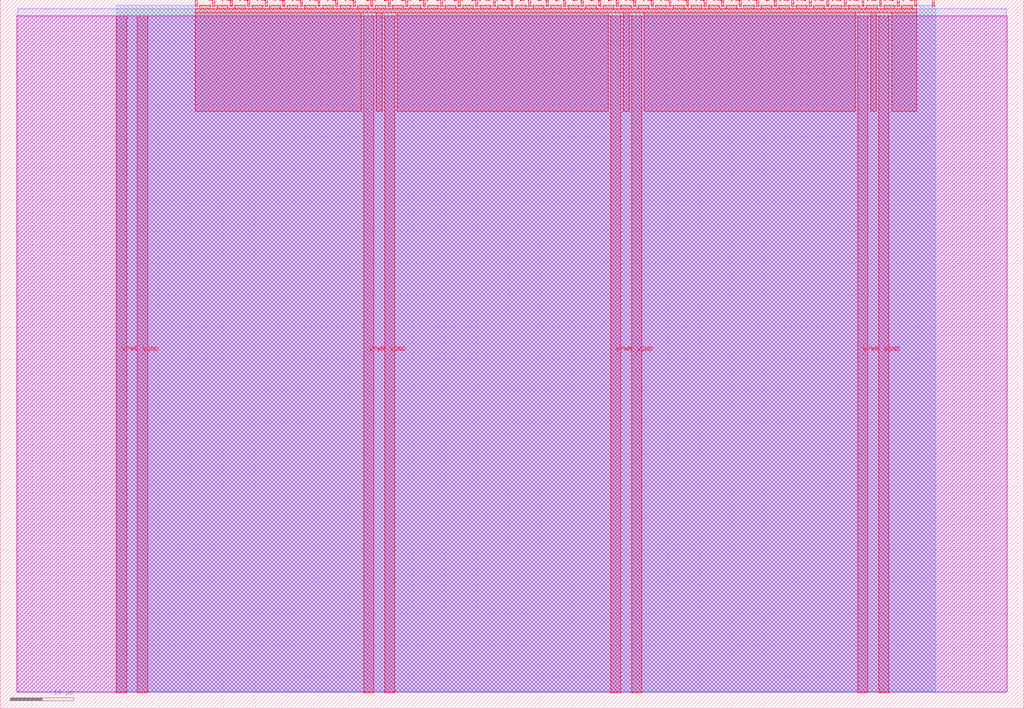
<source format=lef>
VERSION 5.7 ;
  NOWIREEXTENSIONATPIN ON ;
  DIVIDERCHAR "/" ;
  BUSBITCHARS "[]" ;
MACRO tt_um_matrix_mult
  CLASS BLOCK ;
  FOREIGN tt_um_matrix_mult ;
  ORIGIN 0.000 0.000 ;
  SIZE 161.000 BY 111.520 ;
  PIN VGND
    DIRECTION INOUT ;
    USE GROUND ;
    PORT
      LAYER met4 ;
        RECT 21.580 2.480 23.180 109.040 ;
    END
    PORT
      LAYER met4 ;
        RECT 60.450 2.480 62.050 109.040 ;
    END
    PORT
      LAYER met4 ;
        RECT 99.320 2.480 100.920 109.040 ;
    END
    PORT
      LAYER met4 ;
        RECT 138.190 2.480 139.790 109.040 ;
    END
  END VGND
  PIN VPWR
    DIRECTION INOUT ;
    USE POWER ;
    PORT
      LAYER met4 ;
        RECT 18.280 2.480 19.880 109.040 ;
    END
    PORT
      LAYER met4 ;
        RECT 57.150 2.480 58.750 109.040 ;
    END
    PORT
      LAYER met4 ;
        RECT 96.020 2.480 97.620 109.040 ;
    END
    PORT
      LAYER met4 ;
        RECT 134.890 2.480 136.490 109.040 ;
    END
  END VPWR
  PIN clk
    DIRECTION INPUT ;
    USE SIGNAL ;
    ANTENNAGATEAREA 0.852000 ;
    PORT
      LAYER met4 ;
        RECT 143.830 110.520 144.130 111.520 ;
    END
  END clk
  PIN ena
    DIRECTION INPUT ;
    USE SIGNAL ;
    PORT
      LAYER met4 ;
        RECT 146.590 110.520 146.890 111.520 ;
    END
  END ena
  PIN rst_n
    DIRECTION INPUT ;
    USE SIGNAL ;
    ANTENNAGATEAREA 0.213000 ;
    PORT
      LAYER met4 ;
        RECT 141.070 110.520 141.370 111.520 ;
    END
  END rst_n
  PIN ui_in[0]
    DIRECTION INPUT ;
    USE SIGNAL ;
    ANTENNAGATEAREA 0.196500 ;
    PORT
      LAYER met4 ;
        RECT 138.310 110.520 138.610 111.520 ;
    END
  END ui_in[0]
  PIN ui_in[1]
    DIRECTION INPUT ;
    USE SIGNAL ;
    ANTENNAGATEAREA 0.196500 ;
    PORT
      LAYER met4 ;
        RECT 135.550 110.520 135.850 111.520 ;
    END
  END ui_in[1]
  PIN ui_in[2]
    DIRECTION INPUT ;
    USE SIGNAL ;
    ANTENNAGATEAREA 0.196500 ;
    PORT
      LAYER met4 ;
        RECT 132.790 110.520 133.090 111.520 ;
    END
  END ui_in[2]
  PIN ui_in[3]
    DIRECTION INPUT ;
    USE SIGNAL ;
    ANTENNAGATEAREA 0.196500 ;
    PORT
      LAYER met4 ;
        RECT 130.030 110.520 130.330 111.520 ;
    END
  END ui_in[3]
  PIN ui_in[4]
    DIRECTION INPUT ;
    USE SIGNAL ;
    ANTENNAGATEAREA 0.196500 ;
    PORT
      LAYER met4 ;
        RECT 127.270 110.520 127.570 111.520 ;
    END
  END ui_in[4]
  PIN ui_in[5]
    DIRECTION INPUT ;
    USE SIGNAL ;
    ANTENNAGATEAREA 0.196500 ;
    PORT
      LAYER met4 ;
        RECT 124.510 110.520 124.810 111.520 ;
    END
  END ui_in[5]
  PIN ui_in[6]
    DIRECTION INPUT ;
    USE SIGNAL ;
    ANTENNAGATEAREA 0.196500 ;
    PORT
      LAYER met4 ;
        RECT 121.750 110.520 122.050 111.520 ;
    END
  END ui_in[6]
  PIN ui_in[7]
    DIRECTION INPUT ;
    USE SIGNAL ;
    ANTENNAGATEAREA 0.196500 ;
    PORT
      LAYER met4 ;
        RECT 118.990 110.520 119.290 111.520 ;
    END
  END ui_in[7]
  PIN uio_in[0]
    DIRECTION INPUT ;
    USE SIGNAL ;
    PORT
      LAYER met4 ;
        RECT 116.230 110.520 116.530 111.520 ;
    END
  END uio_in[0]
  PIN uio_in[1]
    DIRECTION INPUT ;
    USE SIGNAL ;
    PORT
      LAYER met4 ;
        RECT 113.470 110.520 113.770 111.520 ;
    END
  END uio_in[1]
  PIN uio_in[2]
    DIRECTION INPUT ;
    USE SIGNAL ;
    PORT
      LAYER met4 ;
        RECT 110.710 110.520 111.010 111.520 ;
    END
  END uio_in[2]
  PIN uio_in[3]
    DIRECTION INPUT ;
    USE SIGNAL ;
    PORT
      LAYER met4 ;
        RECT 107.950 110.520 108.250 111.520 ;
    END
  END uio_in[3]
  PIN uio_in[4]
    DIRECTION INPUT ;
    USE SIGNAL ;
    ANTENNAGATEAREA 0.213000 ;
    PORT
      LAYER met4 ;
        RECT 105.190 110.520 105.490 111.520 ;
    END
  END uio_in[4]
  PIN uio_in[5]
    DIRECTION INPUT ;
    USE SIGNAL ;
    ANTENNAGATEAREA 0.159000 ;
    PORT
      LAYER met4 ;
        RECT 102.430 110.520 102.730 111.520 ;
    END
  END uio_in[5]
  PIN uio_in[6]
    DIRECTION INPUT ;
    USE SIGNAL ;
    ANTENNAGATEAREA 0.213000 ;
    PORT
      LAYER met4 ;
        RECT 99.670 110.520 99.970 111.520 ;
    END
  END uio_in[6]
  PIN uio_in[7]
    DIRECTION INPUT ;
    USE SIGNAL ;
    ANTENNAGATEAREA 0.213000 ;
    PORT
      LAYER met4 ;
        RECT 96.910 110.520 97.210 111.520 ;
    END
  END uio_in[7]
  PIN uio_oe[0]
    DIRECTION OUTPUT ;
    USE SIGNAL ;
    PORT
      LAYER met4 ;
        RECT 49.990 110.520 50.290 111.520 ;
    END
  END uio_oe[0]
  PIN uio_oe[1]
    DIRECTION OUTPUT ;
    USE SIGNAL ;
    PORT
      LAYER met4 ;
        RECT 47.230 110.520 47.530 111.520 ;
    END
  END uio_oe[1]
  PIN uio_oe[2]
    DIRECTION OUTPUT ;
    USE SIGNAL ;
    PORT
      LAYER met4 ;
        RECT 44.470 110.520 44.770 111.520 ;
    END
  END uio_oe[2]
  PIN uio_oe[3]
    DIRECTION OUTPUT ;
    USE SIGNAL ;
    PORT
      LAYER met4 ;
        RECT 41.710 110.520 42.010 111.520 ;
    END
  END uio_oe[3]
  PIN uio_oe[4]
    DIRECTION OUTPUT ;
    USE SIGNAL ;
    PORT
      LAYER met4 ;
        RECT 38.950 110.520 39.250 111.520 ;
    END
  END uio_oe[4]
  PIN uio_oe[5]
    DIRECTION OUTPUT ;
    USE SIGNAL ;
    PORT
      LAYER met4 ;
        RECT 36.190 110.520 36.490 111.520 ;
    END
  END uio_oe[5]
  PIN uio_oe[6]
    DIRECTION OUTPUT ;
    USE SIGNAL ;
    PORT
      LAYER met4 ;
        RECT 33.430 110.520 33.730 111.520 ;
    END
  END uio_oe[6]
  PIN uio_oe[7]
    DIRECTION OUTPUT ;
    USE SIGNAL ;
    PORT
      LAYER met4 ;
        RECT 30.670 110.520 30.970 111.520 ;
    END
  END uio_oe[7]
  PIN uio_out[0]
    DIRECTION OUTPUT ;
    USE SIGNAL ;
    ANTENNADIFFAREA 0.445500 ;
    PORT
      LAYER met4 ;
        RECT 72.070 110.520 72.370 111.520 ;
    END
  END uio_out[0]
  PIN uio_out[1]
    DIRECTION OUTPUT ;
    USE SIGNAL ;
    ANTENNADIFFAREA 0.445500 ;
    PORT
      LAYER met4 ;
        RECT 69.310 110.520 69.610 111.520 ;
    END
  END uio_out[1]
  PIN uio_out[2]
    DIRECTION OUTPUT ;
    USE SIGNAL ;
    PORT
      LAYER met4 ;
        RECT 66.550 110.520 66.850 111.520 ;
    END
  END uio_out[2]
  PIN uio_out[3]
    DIRECTION OUTPUT ;
    USE SIGNAL ;
    PORT
      LAYER met4 ;
        RECT 63.790 110.520 64.090 111.520 ;
    END
  END uio_out[3]
  PIN uio_out[4]
    DIRECTION OUTPUT ;
    USE SIGNAL ;
    PORT
      LAYER met4 ;
        RECT 61.030 110.520 61.330 111.520 ;
    END
  END uio_out[4]
  PIN uio_out[5]
    DIRECTION OUTPUT ;
    USE SIGNAL ;
    PORT
      LAYER met4 ;
        RECT 58.270 110.520 58.570 111.520 ;
    END
  END uio_out[5]
  PIN uio_out[6]
    DIRECTION OUTPUT ;
    USE SIGNAL ;
    PORT
      LAYER met4 ;
        RECT 55.510 110.520 55.810 111.520 ;
    END
  END uio_out[6]
  PIN uio_out[7]
    DIRECTION OUTPUT ;
    USE SIGNAL ;
    PORT
      LAYER met4 ;
        RECT 52.750 110.520 53.050 111.520 ;
    END
  END uio_out[7]
  PIN uo_out[0]
    DIRECTION OUTPUT ;
    USE SIGNAL ;
    ANTENNADIFFAREA 0.445500 ;
    PORT
      LAYER met4 ;
        RECT 94.150 110.520 94.450 111.520 ;
    END
  END uo_out[0]
  PIN uo_out[1]
    DIRECTION OUTPUT ;
    USE SIGNAL ;
    ANTENNADIFFAREA 0.445500 ;
    PORT
      LAYER met4 ;
        RECT 91.390 110.520 91.690 111.520 ;
    END
  END uo_out[1]
  PIN uo_out[2]
    DIRECTION OUTPUT ;
    USE SIGNAL ;
    ANTENNADIFFAREA 0.445500 ;
    PORT
      LAYER met4 ;
        RECT 88.630 110.520 88.930 111.520 ;
    END
  END uo_out[2]
  PIN uo_out[3]
    DIRECTION OUTPUT ;
    USE SIGNAL ;
    ANTENNADIFFAREA 0.445500 ;
    PORT
      LAYER met4 ;
        RECT 85.870 110.520 86.170 111.520 ;
    END
  END uo_out[3]
  PIN uo_out[4]
    DIRECTION OUTPUT ;
    USE SIGNAL ;
    ANTENNADIFFAREA 0.445500 ;
    PORT
      LAYER met4 ;
        RECT 83.110 110.520 83.410 111.520 ;
    END
  END uo_out[4]
  PIN uo_out[5]
    DIRECTION OUTPUT ;
    USE SIGNAL ;
    ANTENNADIFFAREA 0.445500 ;
    PORT
      LAYER met4 ;
        RECT 80.350 110.520 80.650 111.520 ;
    END
  END uo_out[5]
  PIN uo_out[6]
    DIRECTION OUTPUT ;
    USE SIGNAL ;
    ANTENNADIFFAREA 0.445500 ;
    PORT
      LAYER met4 ;
        RECT 77.590 110.520 77.890 111.520 ;
    END
  END uo_out[6]
  PIN uo_out[7]
    DIRECTION OUTPUT ;
    USE SIGNAL ;
    ANTENNADIFFAREA 0.445500 ;
    PORT
      LAYER met4 ;
        RECT 74.830 110.520 75.130 111.520 ;
    END
  END uo_out[7]
  OBS
      LAYER nwell ;
        RECT 2.570 2.635 158.430 108.990 ;
      LAYER li1 ;
        RECT 2.760 2.635 158.240 108.885 ;
      LAYER met1 ;
        RECT 2.760 2.480 158.240 110.120 ;
      LAYER met2 ;
        RECT 18.310 2.535 147.110 110.685 ;
      LAYER met3 ;
        RECT 18.290 2.555 147.135 110.665 ;
      LAYER met4 ;
        RECT 31.370 110.120 33.030 110.665 ;
        RECT 34.130 110.120 35.790 110.665 ;
        RECT 36.890 110.120 38.550 110.665 ;
        RECT 39.650 110.120 41.310 110.665 ;
        RECT 42.410 110.120 44.070 110.665 ;
        RECT 45.170 110.120 46.830 110.665 ;
        RECT 47.930 110.120 49.590 110.665 ;
        RECT 50.690 110.120 52.350 110.665 ;
        RECT 53.450 110.120 55.110 110.665 ;
        RECT 56.210 110.120 57.870 110.665 ;
        RECT 58.970 110.120 60.630 110.665 ;
        RECT 61.730 110.120 63.390 110.665 ;
        RECT 64.490 110.120 66.150 110.665 ;
        RECT 67.250 110.120 68.910 110.665 ;
        RECT 70.010 110.120 71.670 110.665 ;
        RECT 72.770 110.120 74.430 110.665 ;
        RECT 75.530 110.120 77.190 110.665 ;
        RECT 78.290 110.120 79.950 110.665 ;
        RECT 81.050 110.120 82.710 110.665 ;
        RECT 83.810 110.120 85.470 110.665 ;
        RECT 86.570 110.120 88.230 110.665 ;
        RECT 89.330 110.120 90.990 110.665 ;
        RECT 92.090 110.120 93.750 110.665 ;
        RECT 94.850 110.120 96.510 110.665 ;
        RECT 97.610 110.120 99.270 110.665 ;
        RECT 100.370 110.120 102.030 110.665 ;
        RECT 103.130 110.120 104.790 110.665 ;
        RECT 105.890 110.120 107.550 110.665 ;
        RECT 108.650 110.120 110.310 110.665 ;
        RECT 111.410 110.120 113.070 110.665 ;
        RECT 114.170 110.120 115.830 110.665 ;
        RECT 116.930 110.120 118.590 110.665 ;
        RECT 119.690 110.120 121.350 110.665 ;
        RECT 122.450 110.120 124.110 110.665 ;
        RECT 125.210 110.120 126.870 110.665 ;
        RECT 127.970 110.120 129.630 110.665 ;
        RECT 130.730 110.120 132.390 110.665 ;
        RECT 133.490 110.120 135.150 110.665 ;
        RECT 136.250 110.120 137.910 110.665 ;
        RECT 139.010 110.120 140.670 110.665 ;
        RECT 141.770 110.120 143.430 110.665 ;
        RECT 30.655 109.440 144.145 110.120 ;
        RECT 30.655 94.015 56.750 109.440 ;
        RECT 59.150 94.015 60.050 109.440 ;
        RECT 62.450 94.015 95.620 109.440 ;
        RECT 98.020 94.015 98.920 109.440 ;
        RECT 101.320 94.015 134.490 109.440 ;
        RECT 136.890 94.015 137.790 109.440 ;
        RECT 140.190 94.015 144.145 109.440 ;
  END
END tt_um_matrix_mult
END LIBRARY


</source>
